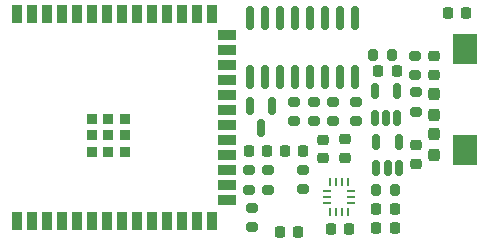
<source format=gtp>
G04 #@! TF.GenerationSoftware,KiCad,Pcbnew,9.0.1-9.0.1-0~ubuntu22.04.1*
G04 #@! TF.CreationDate,2025-06-25T02:31:38+02:00*
G04 #@! TF.ProjectId,powermeter2.1,706f7765-726d-4657-9465-72322e312e6b,rev?*
G04 #@! TF.SameCoordinates,Original*
G04 #@! TF.FileFunction,Paste,Top*
G04 #@! TF.FilePolarity,Positive*
%FSLAX46Y46*%
G04 Gerber Fmt 4.6, Leading zero omitted, Abs format (unit mm)*
G04 Created by KiCad (PCBNEW 9.0.1-9.0.1-0~ubuntu22.04.1) date 2025-06-25 02:31:38*
%MOMM*%
%LPD*%
G01*
G04 APERTURE LIST*
G04 Aperture macros list*
%AMRoundRect*
0 Rectangle with rounded corners*
0 $1 Rounding radius*
0 $2 $3 $4 $5 $6 $7 $8 $9 X,Y pos of 4 corners*
0 Add a 4 corners polygon primitive as box body*
4,1,4,$2,$3,$4,$5,$6,$7,$8,$9,$2,$3,0*
0 Add four circle primitives for the rounded corners*
1,1,$1+$1,$2,$3*
1,1,$1+$1,$4,$5*
1,1,$1+$1,$6,$7*
1,1,$1+$1,$8,$9*
0 Add four rect primitives between the rounded corners*
20,1,$1+$1,$2,$3,$4,$5,0*
20,1,$1+$1,$4,$5,$6,$7,0*
20,1,$1+$1,$6,$7,$8,$9,0*
20,1,$1+$1,$8,$9,$2,$3,0*%
G04 Aperture macros list end*
%ADD10RoundRect,0.200000X0.275000X-0.200000X0.275000X0.200000X-0.275000X0.200000X-0.275000X-0.200000X0*%
%ADD11RoundRect,0.200000X-0.200000X-0.275000X0.200000X-0.275000X0.200000X0.275000X-0.200000X0.275000X0*%
%ADD12RoundRect,0.225000X-0.225000X-0.250000X0.225000X-0.250000X0.225000X0.250000X-0.225000X0.250000X0*%
%ADD13RoundRect,0.150000X0.150000X-0.512500X0.150000X0.512500X-0.150000X0.512500X-0.150000X-0.512500X0*%
%ADD14RoundRect,0.225000X-0.250000X0.225000X-0.250000X-0.225000X0.250000X-0.225000X0.250000X0.225000X0*%
%ADD15RoundRect,0.237500X-0.237500X0.287500X-0.237500X-0.287500X0.237500X-0.287500X0.237500X0.287500X0*%
%ADD16RoundRect,0.150000X0.150000X-0.850000X0.150000X0.850000X-0.150000X0.850000X-0.150000X-0.850000X0*%
%ADD17RoundRect,0.200000X-0.275000X0.200000X-0.275000X-0.200000X0.275000X-0.200000X0.275000X0.200000X0*%
%ADD18R,0.250000X0.675000*%
%ADD19R,0.675000X0.250000*%
%ADD20RoundRect,0.225000X0.225000X0.250000X-0.225000X0.250000X-0.225000X-0.250000X0.225000X-0.250000X0*%
%ADD21RoundRect,0.218750X0.256250X-0.218750X0.256250X0.218750X-0.256250X0.218750X-0.256250X-0.218750X0*%
%ADD22RoundRect,0.218750X-0.218750X-0.256250X0.218750X-0.256250X0.218750X0.256250X-0.218750X0.256250X0*%
%ADD23R,2.000000X2.500000*%
%ADD24RoundRect,0.237500X0.237500X-0.287500X0.237500X0.287500X-0.237500X0.287500X-0.237500X-0.287500X0*%
%ADD25R,0.900000X0.900000*%
%ADD26R,0.900000X1.500000*%
%ADD27R,1.500000X0.900000*%
%ADD28RoundRect,0.150000X-0.150000X0.587500X-0.150000X-0.587500X0.150000X-0.587500X0.150000X0.587500X0*%
%ADD29RoundRect,0.225000X0.250000X-0.225000X0.250000X0.225000X-0.250000X0.225000X-0.250000X-0.225000X0*%
G04 APERTURE END LIST*
D10*
X160315000Y-116975000D03*
X160315000Y-115325000D03*
D11*
X161750000Y-111325000D03*
X163400000Y-111325000D03*
D10*
X152875000Y-122750000D03*
X152875000Y-121100000D03*
D12*
X153875000Y-126300000D03*
X155425000Y-126300000D03*
D10*
X151300000Y-122750000D03*
X151300000Y-121100000D03*
D13*
X161925000Y-116700000D03*
X162875000Y-116700000D03*
X163825000Y-116700000D03*
X163825000Y-114425000D03*
X161925000Y-114425000D03*
D14*
X157565000Y-118550000D03*
X157565000Y-120100000D03*
X159390000Y-118500000D03*
X159390000Y-120050000D03*
D15*
X166925000Y-114650000D03*
X166925000Y-116400000D03*
D12*
X162050000Y-124425000D03*
X163600000Y-124425000D03*
X154325000Y-119500000D03*
X155875000Y-119500000D03*
D16*
X151330000Y-113225000D03*
X152600000Y-113225000D03*
X153870000Y-113225000D03*
X155140000Y-113225000D03*
X156410000Y-113225000D03*
X157680000Y-113225000D03*
X158950000Y-113225000D03*
X160220000Y-113225000D03*
X160220000Y-108225000D03*
X158950000Y-108225000D03*
X157680000Y-108225000D03*
X156410000Y-108225000D03*
X155140000Y-108225000D03*
X153870000Y-108225000D03*
X152600000Y-108225000D03*
X151330000Y-108225000D03*
D12*
X162050000Y-126025000D03*
X163600000Y-126025000D03*
D17*
X165350000Y-111400000D03*
X165350000Y-113050000D03*
D18*
X158167500Y-124620000D03*
X158667500Y-124620000D03*
X159167500Y-124620000D03*
X159667500Y-124620000D03*
D19*
X159930000Y-123857500D03*
X159930000Y-123357500D03*
X159930000Y-122857500D03*
D18*
X159667500Y-122095000D03*
X159167500Y-122095000D03*
X158667500Y-122095000D03*
X158167500Y-122095000D03*
D19*
X157905000Y-122857500D03*
X157905000Y-123357500D03*
X157905000Y-123857500D03*
D20*
X169650000Y-107800000D03*
X168100000Y-107800000D03*
D17*
X165375000Y-114500000D03*
X165375000Y-116150000D03*
D21*
X166900000Y-113012500D03*
X166900000Y-111437500D03*
D22*
X162187500Y-112675000D03*
X163762500Y-112675000D03*
D12*
X151240000Y-119475000D03*
X152790000Y-119475000D03*
D23*
X169525000Y-119405000D03*
X169525000Y-110845000D03*
D24*
X166975000Y-119775000D03*
X166975000Y-118025000D03*
D13*
X162050000Y-120950000D03*
X163000000Y-120950000D03*
X163950000Y-120950000D03*
X163950000Y-118675000D03*
X162050000Y-118675000D03*
D20*
X159750000Y-126075000D03*
X158200000Y-126075000D03*
D25*
X137945000Y-119562500D03*
X139345000Y-119562500D03*
X140745000Y-119562500D03*
X137945000Y-118162500D03*
X139345000Y-118162500D03*
X140745000Y-118162500D03*
X137945000Y-116762500D03*
X139345000Y-116762500D03*
X140745000Y-116762500D03*
D26*
X131625000Y-125412500D03*
X132895000Y-125412500D03*
X134165000Y-125412500D03*
X135435000Y-125412500D03*
X136705000Y-125412500D03*
X137975000Y-125412500D03*
X139245000Y-125412500D03*
X140515000Y-125412500D03*
X141785000Y-125412500D03*
X143055000Y-125412500D03*
X144325000Y-125412500D03*
X145595000Y-125412500D03*
X146865000Y-125412500D03*
X148135000Y-125412500D03*
D27*
X149385000Y-123647500D03*
X149385000Y-122377500D03*
X149385000Y-121107500D03*
X149385000Y-119837500D03*
X149385000Y-118567500D03*
X149385000Y-117297500D03*
X149385000Y-116027500D03*
X149385000Y-114757500D03*
X149385000Y-113487500D03*
X149385000Y-112217500D03*
X149385000Y-110947500D03*
X149385000Y-109677500D03*
D26*
X148135000Y-107912500D03*
X146865000Y-107912500D03*
X145595000Y-107912500D03*
X144325000Y-107912500D03*
X143055000Y-107912500D03*
X141785000Y-107912500D03*
X140515000Y-107912500D03*
X139245000Y-107912500D03*
X137975000Y-107912500D03*
X136705000Y-107912500D03*
X135435000Y-107912500D03*
X134165000Y-107912500D03*
X132895000Y-107912500D03*
X131625000Y-107912500D03*
D10*
X155875000Y-122725000D03*
X155875000Y-121075000D03*
D17*
X158415000Y-115325000D03*
X158415000Y-116975000D03*
D11*
X162000000Y-122775000D03*
X163650000Y-122775000D03*
D28*
X153240000Y-115650000D03*
X151340000Y-115650000D03*
X152290000Y-117525000D03*
D29*
X165450000Y-120550000D03*
X165450000Y-119000000D03*
D10*
X151500000Y-125950000D03*
X151500000Y-124300000D03*
X155090000Y-116950000D03*
X155090000Y-115300000D03*
X156740000Y-116975000D03*
X156740000Y-115325000D03*
M02*

</source>
